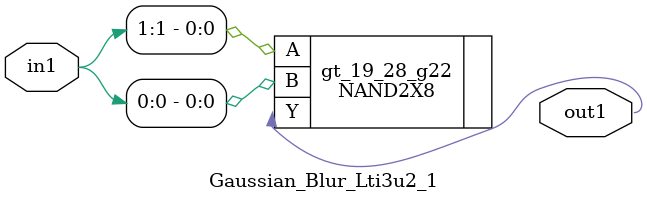
<source format=v>
`timescale 1ps / 1ps


module Gaussian_Blur_Lti3u2_1(in1, out1);
  input [1:0] in1;
  output out1;
  wire [1:0] in1;
  wire out1;
  NAND2X8 gt_19_28_g22(.A (in1[1]), .B (in1[0]), .Y (out1));
endmodule


</source>
